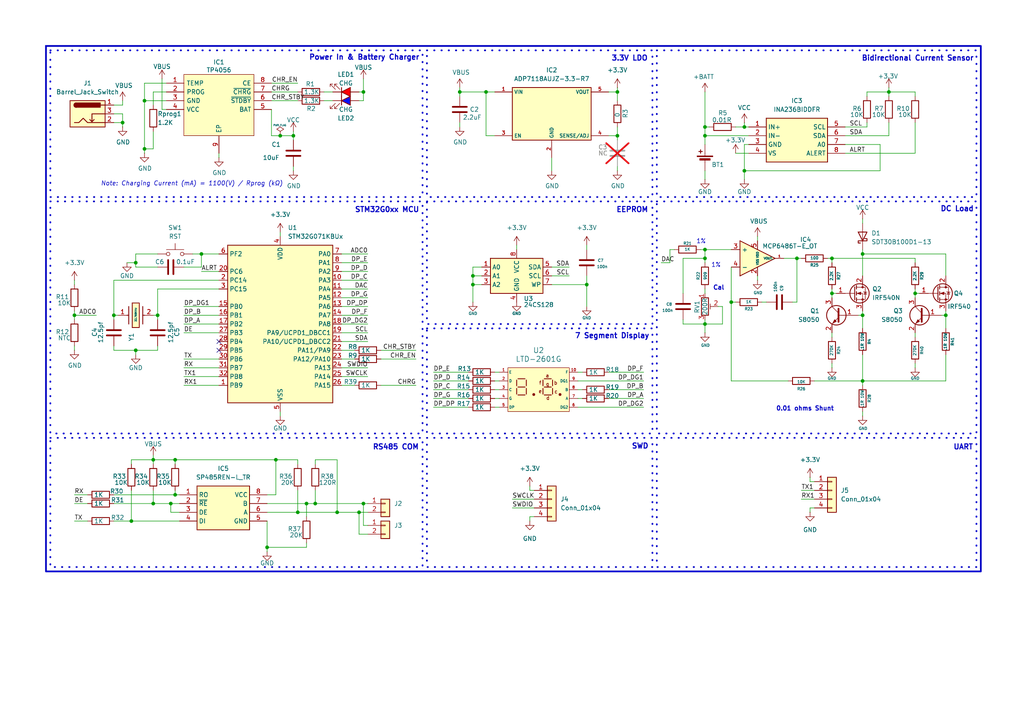
<source format=kicad_sch>
(kicad_sch (version 20231120) (generator "eeschema") (generator_version "8.0")
  (paper "A4")
  (title_block (title "Cell Grading Tool       Jobit Joseph") (date "2024-10-03") (rev "2.1") (company "Semicon Media Pvt Ltd"))
  (junction (at 85.09 39.37))
  (junction (at 44.45 133.35))
  (junction (at 86.36 148.59))
  (junction (at 257.81 26.67))
  (junction (at 80.01 133.35))
  (junction (at 41.91 29.21))
  (junction (at 204.47 39.37))
  (junction (at 50.8 133.35))
  (junction (at 44.45 146.05))
  (junction (at 241.3 85.09))
  (junction (at 250.19 110.49))
  (junction (at 204.47 74.93))
  (junction (at 137.16 82.55))
  (junction (at 250.19 91.44))
  (junction (at 170.18 82.55))
  (junction (at 105.41 26.67))
  (junction (at 133.35 26.67))
  (junction (at 45.72 91.44))
  (junction (at 105.41 146.05))
  (junction (at 137.16 80.01))
  (junction (at 50.8 143.51))
  (junction (at 204.47 72.39))
  (junction (at 35.56 35.56))
  (junction (at 39.37 76.2))
  (junction (at 91.44 146.05))
  (junction (at 88.9 146.05))
  (junction (at 81.28 39.37))
  (junction (at 49.53 146.05))
  (junction (at 204.47 93.98))
  (junction (at 104.14 148.59))
  (junction (at 274.32 91.44))
  (junction (at 212.09 87.63))
  (junction (at 38.1 151.13))
  (junction (at 231.14 74.93))
  (junction (at 250.19 73.66))
  (junction (at 241.3 74.93))
  (junction (at 33.02 91.44))
  (junction (at 179.07 39.37))
  (junction (at 179.07 26.67))
  (junction (at 204.47 36.83))
  (junction (at 77.47 158.75))
  (junction (at 58.42 73.66))
  (junction (at 215.9 36.83))
  (junction (at 215.9 49.53))
  (junction (at 140.97 26.67))
  (junction (at 41.91 43.18))
  (junction (at 39.37 101.6))
  (junction (at 97.79 148.59))
  (junction (at 265.43 85.09))
  (junction (at 21.59 91.44))
  (no_connect (at 63.5 99.06))
  (no_connect (at 63.5 101.6))
  (wire (pts (xy 106.68 78.74) (xy 99.06 78.74)))
  (wire (pts (xy 250.19 110.49) (xy 250.19 111.76)))
  (wire (pts (xy 204.47 83.82) (xy 204.47 85.09)))
  (wire (pts (xy 179.07 26.67) (xy 176.53 26.67)))
  (wire (pts (xy 85.09 38.1) (xy 85.09 39.37)))
  (wire (pts (xy 160.02 77.47) (xy 165.1 77.47)))
  (wire (pts (xy 137.16 82.55) (xy 139.7 82.55)))
  (wire (pts (xy 63.5 45.72) (xy 63.5 44.45)))
  (wire (pts (xy 44.45 30.48) (xy 44.45 26.67)))
  (wire (pts (xy 81.28 39.37) (xy 85.09 39.37)))
  (wire (pts (xy 179.07 49.53) (xy 179.07 48.26)))
  (wire (pts (xy 102.87 101.6) (xy 99.06 101.6)))
  (wire (pts (xy 219.71 68.58) (xy 219.71 69.85)))
  (wire (pts (xy 133.35 27.94) (xy 133.35 26.67)))
  (wire (pts (xy 251.46 26.67) (xy 257.81 26.67)))
  (wire (pts (xy 104.14 154.94) (xy 104.14 148.59)))
  (wire (pts (xy 44.45 146.05) (xy 49.53 146.05)))
  (wire (pts (xy 148.59 144.78) (xy 154.94 144.78)))
  (wire (pts (xy 255.27 41.91) (xy 255.27 49.53)))
  (wire (pts (xy 204.47 39.37) (xy 204.47 41.91)))
  (wire (pts (xy 80.01 143.51) (xy 80.01 133.35)))
  (wire (pts (xy 33.02 143.51) (xy 50.8 143.51)))
  (wire (pts (xy 39.37 76.2) (xy 39.37 77.47)))
  (wire (pts (xy 154.94 142.24) (xy 153.67 142.24)))
  (wire (pts (xy 106.68 106.68) (xy 99.06 106.68)))
  (wire (pts (xy 217.17 41.91) (xy 215.9 41.91)))
  (wire (pts (xy 77.47 151.13) (xy 77.47 158.75)))
  (wire (pts (xy 53.34 109.22) (xy 63.5 109.22)))
  (wire (pts (xy 86.36 148.59) (xy 86.36 142.24)))
  (wire (pts (xy 21.59 146.05) (xy 25.4 146.05)))
  (wire (pts (xy 104.14 26.67) (xy 105.41 26.67)))
  (wire (pts (xy 106.68 76.2) (xy 99.06 76.2)))
  (wire (pts (xy 139.7 77.47) (xy 137.16 77.47)))
  (wire (pts (xy 245.11 41.91) (xy 255.27 41.91)))
  (wire (pts (xy 38.1 151.13) (xy 52.07 151.13)))
  (wire (pts (xy 250.19 119.38) (xy 250.19 120.65)))
  (wire (pts (xy 144.78 107.95) (xy 143.51 107.95)))
  (wire (pts (xy 35.56 33.02) (xy 35.56 35.56)))
  (wire (pts (xy 105.41 152.4) (xy 105.41 146.05)))
  (wire (pts (xy 46.99 22.86) (xy 46.99 31.75)))
  (wire (pts (xy 250.19 90.17) (xy 250.19 91.44)))
  (wire (pts (xy 144.78 110.49) (xy 143.51 110.49)))
  (wire (pts (xy 85.09 39.37) (xy 85.09 40.64)))
  (wire (pts (xy 245.11 44.45) (xy 265.43 44.45)))
  (wire (pts (xy 194.31 72.39) (xy 194.31 76.2)))
  (wire (pts (xy 97.79 148.59) (xy 104.14 148.59)))
  (wire (pts (xy 41.91 29.21) (xy 41.91 43.18)))
  (wire (pts (xy 250.19 91.44) (xy 250.19 95.25)))
  (wire (pts (xy 86.36 148.59) (xy 97.79 148.59)))
  (wire (pts (xy 231.14 74.93) (xy 231.14 87.63)))
  (wire (pts (xy 35.56 30.48) (xy 35.56 29.21)))
  (wire (pts (xy 44.45 38.1) (xy 44.45 43.18)))
  (wire (pts (xy 88.9 146.05) (xy 77.47 146.05)))
  (wire (pts (xy 217.17 39.37) (xy 204.47 39.37)))
  (wire (pts (xy 58.42 73.66) (xy 63.5 73.66)))
  (wire (pts (xy 167.64 118.11) (xy 186.69 118.11)))
  (wire (pts (xy 77.47 158.75) (xy 77.47 160.02)))
  (wire (pts (xy 179.07 25.4) (xy 179.07 26.67)))
  (wire (pts (xy 88.9 158.75) (xy 88.9 157.48)))
  (wire (pts (xy 265.43 35.56) (xy 265.43 44.45)))
  (wire (pts (xy 39.37 101.6) (xy 33.02 101.6)))
  (wire (pts (xy 149.86 71.12) (xy 149.86 72.39)))
  (wire (pts (xy 102.87 104.14) (xy 99.06 104.14)))
  (wire (pts (xy 204.47 26.67) (xy 204.47 36.83)))
  (wire (pts (xy 204.47 72.39) (xy 212.09 72.39)))
  (wire (pts (xy 204.47 39.37) (xy 204.47 36.83)))
  (wire (pts (xy 33.02 33.02) (xy 35.56 33.02)))
  (wire (pts (xy 104.14 29.21) (xy 105.41 29.21)))
  (wire (pts (xy 106.68 96.52) (xy 99.06 96.52)))
  (wire (pts (xy 241.3 85.09) (xy 241.3 86.36)))
  (wire (pts (xy 48.26 31.75) (xy 46.99 31.75)))
  (wire (pts (xy 215.9 49.53) (xy 215.9 52.07)))
  (wire (pts (xy 204.47 93.98) (xy 209.55 93.98)))
  (wire (pts (xy 274.32 73.66) (xy 274.32 80.01)))
  (wire (pts (xy 91.44 146.05) (xy 105.41 146.05)))
  (wire (pts (xy 93.98 29.21) (xy 96.52 29.21)))
  (wire (pts (xy 53.34 104.14) (xy 63.5 104.14)))
  (wire (pts (xy 212.09 77.47) (xy 212.09 87.63)))
  (wire (pts (xy 53.34 77.47) (xy 58.42 77.47)))
  (wire (pts (xy 176.53 39.37) (xy 179.07 39.37)))
  (wire (pts (xy 250.19 91.44) (xy 248.92 91.44)))
  (wire (pts (xy 236.22 147.32) (xy 234.95 147.32)))
  (wire (pts (xy 45.72 83.82) (xy 63.5 83.82)))
  (wire (pts (xy 44.45 133.35) (xy 44.45 134.62)))
  (wire (pts (xy 154.94 149.86) (xy 153.67 149.86)))
  (wire (pts (xy 236.22 110.49) (xy 250.19 110.49)))
  (wire (pts (xy 274.32 91.44) (xy 273.05 91.44)))
  (wire (pts (xy 81.28 67.31) (xy 81.28 68.58)))
  (wire (pts (xy 41.91 24.13) (xy 41.91 29.21)))
  (wire (pts (xy 167.64 107.95) (xy 168.91 107.95)))
  (wire (pts (xy 77.47 148.59) (xy 86.36 148.59)))
  (wire (pts (xy 45.72 73.66) (xy 39.37 73.66)))
  (wire (pts (xy 204.47 36.83) (xy 205.74 36.83)))
  (wire (pts (xy 137.16 80.01) (xy 139.7 80.01)))
  (wire (pts (xy 234.95 147.32) (xy 234.95 148.59)))
  (wire (pts (xy 137.16 80.01) (xy 137.16 82.55)))
  (wire (pts (xy 21.59 91.44) (xy 27.94 91.44)))
  (wire (pts (xy 106.68 88.9) (xy 99.06 88.9)))
  (wire (pts (xy 45.72 83.82) (xy 45.72 91.44)))
  (wire (pts (xy 53.34 111.76) (xy 63.5 111.76)))
  (wire (pts (xy 45.72 100.33) (xy 45.72 101.6)))
  (wire (pts (xy 251.46 27.94) (xy 251.46 26.67)))
  (wire (pts (xy 144.78 113.03) (xy 143.51 113.03)))
  (wire (pts (xy 97.79 133.35) (xy 97.79 148.59)))
  (wire (pts (xy 257.81 25.4) (xy 257.81 26.67)))
  (wire (pts (xy 106.68 83.82) (xy 99.06 83.82)))
  (wire (pts (xy 38.1 133.35) (xy 44.45 133.35)))
  (wire (pts (xy 179.07 36.83) (xy 179.07 39.37)))
  (wire (pts (xy 198.12 74.93) (xy 204.47 74.93)))
  (wire (pts (xy 232.41 74.93) (xy 231.14 74.93)))
  (wire (pts (xy 228.6 110.49) (xy 212.09 110.49)))
  (wire (pts (xy 219.71 81.28) (xy 219.71 80.01)))
  (wire (pts (xy 106.68 86.36) (xy 99.06 86.36)))
  (wire (pts (xy 265.43 85.09) (xy 265.43 86.36)))
  (wire (pts (xy 39.37 101.6) (xy 39.37 102.87)))
  (wire (pts (xy 125.73 107.95) (xy 135.89 107.95)))
  (wire (pts (xy 144.78 115.57) (xy 143.51 115.57)))
  (wire (pts (xy 21.59 101.6) (xy 21.59 100.33)))
  (wire (pts (xy 48.26 29.21) (xy 41.91 29.21)))
  (wire (pts (xy 85.09 49.53) (xy 85.09 48.26)))
  (wire (pts (xy 204.47 72.39) (xy 204.47 74.93)))
  (wire (pts (xy 251.46 36.83) (xy 251.46 35.56)))
  (wire (pts (xy 167.64 113.03) (xy 168.91 113.03)))
  (wire (pts (xy 153.67 142.24) (xy 153.67 140.97)))
  (wire (pts (xy 35.56 36.83) (xy 35.56 35.56)))
  (wire (pts (xy 170.18 71.12) (xy 170.18 72.39)))
  (wire (pts (xy 53.34 106.68) (xy 63.5 106.68)))
  (wire (pts (xy 105.41 146.05) (xy 106.68 146.05)))
  (wire (pts (xy 160.02 82.55) (xy 170.18 82.55)))
  (wire (pts (xy 232.41 142.24) (xy 236.22 142.24)))
  (wire (pts (xy 78.74 39.37) (xy 81.28 39.37)))
  (wire (pts (xy 176.53 107.95) (xy 186.69 107.95)))
  (wire (pts (xy 45.72 92.71) (xy 45.72 91.44)))
  (wire (pts (xy 53.34 96.52) (xy 63.5 96.52)))
  (wire (pts (xy 88.9 146.05) (xy 91.44 146.05)))
  (wire (pts (xy 38.1 142.24) (xy 38.1 151.13)))
  (wire (pts (xy 91.44 134.62) (xy 91.44 133.35)))
  (wire (pts (xy 212.09 87.63) (xy 213.36 87.63)))
  (wire (pts (xy 91.44 142.24) (xy 91.44 146.05)))
  (wire (pts (xy 77.47 143.51) (xy 80.01 143.51)))
  (wire (pts (xy 241.3 74.93) (xy 241.3 76.2)))
  (wire (pts (xy 143.51 39.37) (xy 140.97 39.37)))
  (wire (pts (xy 77.47 158.75) (xy 88.9 158.75)))
  (wire (pts (xy 91.44 133.35) (xy 97.79 133.35)))
  (wire (pts (xy 78.74 26.67) (xy 86.36 26.67)))
  (wire (pts (xy 58.42 78.74) (xy 63.5 78.74)))
  (wire (pts (xy 45.72 91.44) (xy 44.45 91.44)))
  (wire (pts (xy 213.36 44.45) (xy 217.17 44.45)))
  (wire (pts (xy 250.19 63.5) (xy 250.19 64.77)))
  (wire (pts (xy 232.41 144.78) (xy 236.22 144.78)))
  (wire (pts (xy 21.59 91.44) (xy 21.59 90.17)))
  (wire (pts (xy 104.14 148.59) (xy 106.68 148.59)))
  (wire (pts (xy 236.22 139.7) (xy 234.95 139.7)))
  (wire (pts (xy 204.47 93.98) (xy 204.47 96.52)))
  (wire (pts (xy 160.02 45.72) (xy 160.02 49.53)))
  (wire (pts (xy 106.68 81.28) (xy 99.06 81.28)))
  (wire (pts (xy 274.32 73.66) (xy 250.19 73.66)))
  (wire (pts (xy 144.78 118.11) (xy 143.51 118.11)))
  (wire (pts (xy 106.68 91.44) (xy 99.06 91.44)))
  (wire (pts (xy 33.02 81.28) (xy 63.5 81.28)))
  (wire (pts (xy 203.2 72.39) (xy 204.47 72.39)))
  (wire (pts (xy 140.97 39.37) (xy 140.97 26.67)))
  (wire (pts (xy 170.18 80.01) (xy 170.18 82.55)))
  (wire (pts (xy 257.81 26.67) (xy 265.43 26.67)))
  (wire (pts (xy 35.56 35.56) (xy 33.02 35.56)))
  (wire (pts (xy 33.02 151.13) (xy 38.1 151.13)))
  (wire (pts (xy 45.72 101.6) (xy 39.37 101.6)))
  (wire (pts (xy 209.55 88.9) (xy 208.28 88.9)))
  (wire (pts (xy 39.37 73.66) (xy 39.37 76.2)))
  (wire (pts (xy 227.33 74.93) (xy 231.14 74.93)))
  (wire (pts (xy 93.98 26.67) (xy 96.52 26.67)))
  (wire (pts (xy 215.9 49.53) (xy 255.27 49.53)))
  (wire (pts (xy 88.9 149.86) (xy 88.9 146.05)))
  (wire (pts (xy 274.32 102.87) (xy 274.32 110.49)))
  (wire (pts (xy 215.9 36.83) (xy 217.17 36.83)))
  (wire (pts (xy 241.3 97.79) (xy 241.3 96.52)))
  (wire (pts (xy 21.59 151.13) (xy 25.4 151.13)))
  (wire (pts (xy 213.36 36.83) (xy 215.9 36.83)))
  (wire (pts (xy 204.47 52.07) (xy 204.47 49.53)))
  (wire (pts (xy 160.02 80.01) (xy 165.1 80.01)))
  (wire (pts (xy 105.41 22.86) (xy 105.41 26.67)))
  (wire (pts (xy 106.68 109.22) (xy 99.06 109.22)))
  (wire (pts (xy 198.12 85.09) (xy 198.12 74.93)))
  (wire (pts (xy 81.28 120.65) (xy 81.28 119.38)))
  (wire (pts (xy 167.64 115.57) (xy 168.91 115.57)))
  (wire (pts (xy 179.07 29.21) (xy 179.07 26.67)))
  (wire (pts (xy 265.43 26.67) (xy 265.43 27.94)))
  (wire (pts (xy 194.31 72.39) (xy 195.58 72.39)))
  (wire (pts (xy 33.02 101.6) (xy 33.02 100.33)))
  (wire (pts (xy 234.95 139.7) (xy 234.95 138.43)))
  (wire (pts (xy 55.88 73.66) (xy 58.42 73.66)))
  (wire (pts (xy 44.45 43.18) (xy 41.91 43.18)))
  (wire (pts (xy 105.41 26.67) (xy 105.41 29.21)))
  (wire (pts (xy 80.01 133.35) (xy 50.8 133.35)))
  (wire (pts (xy 215.9 41.91) (xy 215.9 49.53)))
  (wire (pts (xy 33.02 92.71) (xy 33.02 91.44)))
  (wire (pts (xy 274.32 91.44) (xy 274.32 95.25)))
  (wire (pts (xy 265.43 97.79) (xy 265.43 96.52)))
  (wire (pts (xy 50.8 142.24) (xy 50.8 143.51)))
  (wire (pts (xy 106.68 152.4) (xy 105.41 152.4)))
  (wire (pts (xy 50.8 143.51) (xy 52.07 143.51)))
  (wire (pts (xy 120.65 101.6) (xy 110.49 101.6)))
  (wire (pts (xy 240.03 74.93) (xy 241.3 74.93)))
  (wire (pts (xy 78.74 31.75) (xy 78.74 39.37)))
  (wire (pts (xy 204.47 92.71) (xy 204.47 93.98)))
  (wire (pts (xy 198.12 93.98) (xy 204.47 93.98)))
  (wire (pts (xy 106.68 99.06) (xy 99.06 99.06)))
  (wire (pts (xy 194.31 76.2) (xy 191.77 76.2)))
  (wire (pts (xy 257.81 39.37) (xy 257.81 35.56)))
  (wire (pts (xy 209.55 93.98) (xy 209.55 88.9)))
  (wire (pts (xy 153.67 149.86) (xy 153.67 151.13)))
  (wire (pts (xy 53.34 91.44) (xy 63.5 91.44)))
  (wire (pts (xy 125.73 118.11) (xy 135.89 118.11)))
  (wire (pts (xy 204.47 74.93) (xy 204.47 76.2)))
  (wire (pts (xy 265.43 105.41) (xy 265.43 106.68)))
  (wire (pts (xy 78.74 24.13) (xy 86.36 24.13)))
  (wire (pts (xy 102.87 111.76) (xy 99.06 111.76)))
  (wire (pts (xy 148.59 147.32) (xy 154.94 147.32)))
  (wire (pts (xy 33.02 30.48) (xy 35.56 30.48)))
  (wire (pts (xy 198.12 92.71) (xy 198.12 93.98)))
  (wire (pts (xy 220.98 87.63) (xy 222.25 87.63)))
  (wire (pts (xy 241.3 105.41) (xy 241.3 106.68)))
  (wire (pts (xy 257.81 26.67) (xy 257.81 27.94)))
  (wire (pts (xy 265.43 83.82) (xy 265.43 85.09)))
  (wire (pts (xy 245.11 39.37) (xy 257.81 39.37)))
  (wire (pts (xy 231.14 87.63) (xy 229.87 87.63)))
  (wire (pts (xy 176.53 115.57) (xy 186.69 115.57)))
  (wire (pts (xy 48.26 24.13) (xy 41.91 24.13)))
  (wire (pts (xy 137.16 82.55) (xy 137.16 87.63)))
  (wire (pts (xy 176.53 113.03) (xy 186.69 113.03)))
  (wire (pts (xy 167.64 110.49) (xy 186.69 110.49)))
  (wire (pts (xy 21.59 92.71) (xy 21.59 91.44)))
  (wire (pts (xy 49.53 148.59) (xy 49.53 146.05)))
  (wire (pts (xy 33.02 146.05) (xy 44.45 146.05)))
  (wire (pts (xy 49.53 146.05) (xy 52.07 146.05)))
  (wire (pts (xy 125.73 113.03) (xy 135.89 113.03)))
  (wire (pts (xy 44.45 142.24) (xy 44.45 146.05)))
  (wire (pts (xy 120.65 104.14) (xy 110.49 104.14)))
  (wire (pts (xy 78.74 29.21) (xy 86.36 29.21)))
  (wire (pts (xy 125.73 115.57) (xy 135.89 115.57)))
  (wire (pts (xy 52.07 148.59) (xy 49.53 148.59)))
  (wire (pts (xy 133.35 36.83) (xy 133.35 35.56)))
  (wire (pts (xy 215.9 35.56) (xy 215.9 36.83)))
  (wire (pts (xy 33.02 81.28) (xy 33.02 91.44)))
  (wire (pts (xy 21.59 143.51) (xy 25.4 143.51)))
  (wire (pts (xy 133.35 26.67) (xy 140.97 26.67)))
  (wire (pts (xy 34.29 91.44) (xy 33.02 91.44)))
  (wire (pts (xy 133.35 25.4) (xy 133.35 26.67)))
  (wire (pts (xy 106.68 73.66) (xy 99.06 73.66)))
  (wire (pts (xy 265.43 85.09) (xy 266.7 85.09)))
  (wire (pts (xy 38.1 134.62) (xy 38.1 133.35)))
  (wire (pts (xy 250.19 73.66) (xy 250.19 80.01)))
  (wire (pts (xy 140.97 26.67) (xy 143.51 26.67)))
  (wire (pts (xy 44.45 133.35) (xy 50.8 133.35)))
  (wire (pts (xy 179.07 39.37) (xy 179.07 40.64)))
  (wire (pts (xy 212.09 110.49) (xy 212.09 87.63)))
  (wire (pts (xy 170.18 82.55) (xy 170.18 88.9)))
  (wire (pts (xy 41.91 43.18) (xy 41.91 44.45)))
  (wire (pts (xy 125.73 110.49) (xy 135.89 110.49)))
  (wire (pts (xy 86.36 134.62) (xy 86.36 133.35)))
  (wire (pts (xy 86.36 133.35) (xy 80.01 133.35)))
  (wire (pts (xy 53.34 88.9) (xy 63.5 88.9)))
  (wire (pts (xy 274.32 90.17) (xy 274.32 91.44)))
  (wire (pts (xy 58.42 77.47) (xy 58.42 73.66)))
  (wire (pts (xy 36.83 76.2) (xy 39.37 76.2)))
  (wire (pts (xy 44.45 26.67) (xy 48.26 26.67)))
  (wire (pts (xy 265.43 74.93) (xy 265.43 76.2)))
  (wire (pts (xy 241.3 85.09) (xy 242.57 85.09)))
  (wire (pts (xy 137.16 77.47) (xy 137.16 80.01)))
  (wire (pts (xy 53.34 93.98) (xy 63.5 93.98)))
  (wire (pts (xy 250.19 102.87) (xy 250.19 110.49)))
  (wire (pts (xy 120.65 111.76) (xy 110.49 111.76)))
  (wire (pts (xy 250.19 72.39) (xy 250.19 73.66)))
  (wire (pts (xy 241.3 74.93) (xy 265.43 74.93)))
  (wire (pts (xy 245.11 36.83) (xy 251.46 36.83)))
  (wire (pts (xy 106.68 93.98) (xy 99.06 93.98)))
  (wire (pts (xy 274.32 110.49) (xy 250.19 110.49)))
  (wire (pts (xy 44.45 132.08) (xy 44.45 133.35)))
  (wire (pts (xy 50.8 133.35) (xy 50.8 134.62)))
  (wire (pts (xy 45.72 77.47) (xy 39.37 77.47)))
  (wire (pts (xy 106.68 154.94) (xy 104.14 154.94)))
  (wire (pts (xy 21.59 81.28) (xy 21.59 82.55)))
  (wire (pts (xy 241.3 83.82) (xy 241.3 85.09)))
  (rectangle (start 123.825 58.42) (end 189.23 93.98) (stroke (width 0.5) (type dot)))
  (rectangle (start 14.605 14.605) (end 122.555 57.15) (stroke (width 0.5) (type dot)))
  (rectangle (start 123.825 95.25) (end 189.23 125.73) (stroke (width 0.5) (type dot)))
  (rectangle (start 14.605 127) (end 122.555 164.465) (stroke (width 0.5) (type dot)))
  (rectangle (start 13.335 13.335) (end 284.48 165.735) (stroke (width 0.5)))
  (rectangle (start 123.825 127) (end 189.23 164.465) (stroke (width 0.5) (type dot)))
  (rectangle (start 123.825 14.605) (end 189.23 57.15) (stroke (width 0.5) (type dot)))
  (rectangle (start 190.5 14.605) (end 283.21 57.15) (stroke (width 0.5) (type dot)))
  (rectangle (start 190.5 127) (end 283.21 164.465) (stroke (width 0.5) (type dot)))
  (rectangle (start 14.605 58.42) (end 122.555 125.73) (stroke (width 0.5) (type dot)))
  (rectangle (start 190.5 58.42) (end 283.21 125.73) (stroke (width 0.5) (type dot)))
  (text "EEPROM" (at 183.388 60.96 0) (effects (font (size 1.5 1.5) (thickness 0.3) (bold yes))))
  (text "7 Segment Display" (at 177.546 97.536 0) (effects (font (size 1.5 1.5) (thickness 0.3) (bold yes))))
  (text "UART" (at 279.4 129.794 0) (effects (font (size 1.5 1.5) (thickness 0.3) (bold yes))))
  (text "STM32G0xx MCU" (at 112.268 60.96 0) (effects (font (size 1.5 1.5) (thickness 0.3) (bold yes))))
  (text "3.3V LDO" (at 182.626 17.018 0) (effects (font (size 1.5 1.5) (thickness 0.3) (bold yes))))
  (text "Power In & Battery Charger" (at 105.664 16.764 0) (effects (font (size 1.5 1.5) (thickness 0.3) (bold yes))))
  (text "Cal\n" (at 206.756 84.328 0) (effects (font (size 1.27 1.27) (thickness 0.254) (bold yes)) (justify left bottom)))
  (text "SWD" (at 185.674 129.54 0) (effects (font (size 1.5 1.5) (thickness 0.3) (bold yes))))
  (text "Bidirectional Current Sensor" (at 266.192 17.018 0) (effects (font (size 1.5 1.5) (thickness 0.3) (bold yes))))
  (text "1%\n" (at 206.248 77.724 0) (effects (font (size 1.27 1.27)) (justify left bottom)))
  (text "1%\n" (at 201.93 70.866 0) (effects (font (size 1.27 1.27)) (justify left bottom)))
  (text "DC Load" (at 277.622 60.706 0) (effects (font (size 1.5 1.5) (thickness 0.3) (bold yes))))
  (text "0.01 ohms Shunt\n" (at 225.044 119.38 0) (effects (font (size 1.27 1.27) (bold yes)) (justify left bottom)))
  (text "Note: Charging Current (mA) = 1100(V) / Rprog (kΩ)" (at 29.21 54.102 0) (effects (font (size 1.27 1.27) (italic yes)) (justify left bottom)))
  (text "RS485 COM" (at 114.808 129.794 0) (effects (font (size 1.5 1.5) (thickness 0.3) (bold yes))))
  (label "CHR_STBY" (at 78.74 29.21 0))
  (label "SDA" (at 106.68 99.06 180))
  (label "DP_E" (at 106.68 76.2 180))
  (label "DP_DG2" (at 186.69 118.11 180))
  (label "DE" (at 53.34 96.52 0))
  (label "DP_F" (at 106.68 91.44 180))
  (label "SWDIO" (at 106.68 106.68 180))
  (label "SDA" (at 165.1 77.47 180))
  (label "SCL" (at 165.1 80.01 180))
  (label "ALRT" (at 58.42 78.74 0))
  (label "ADC0" (at 27.94 91.44 180))
  (label "RX1" (at 232.41 144.78 0))
  (label "DP_DG2" (at 106.68 93.98 180))
  (label "CHRG" (at 78.74 26.67 0))
  (label "DP_A" (at 186.69 115.57 180))
  (label "DE" (at 21.59 146.05 0))
  (label "TX1" (at 232.41 142.24 0))
  (label "DP_DG1" (at 53.34 88.9 0))
  (label "CHR_EN" (at 86.36 24.13 180))
  (label "DP_F" (at 186.69 107.95 180))
  (label "DP_B" (at 186.69 113.03 180))
  (label "TX" (at 21.59 151.13 0))
  (label "DP_E" (at 125.73 107.95 0))
  (label "DP_D" (at 106.68 78.74 180))
  (label "DP_G" (at 106.68 86.36 180))
  (label "DAC" (at 106.68 83.82 180))
  (label "SWDIO" (at 148.59 147.32 0))
  (label "ALRT" (at 246.38 44.45 0))
  (label "DP_C" (at 106.68 81.28 180))
  (label "CHR_EN" (at 120.65 104.14 180))
  (label "RX1" (at 53.34 111.76 0))
  (label "TX1" (at 53.34 109.22 0))
  (label "CHR_STBY" (at 120.65 101.6 180))
  (label "DAC" (at 191.77 76.2 0))
  (label "DP_DP" (at 106.68 88.9 180))
  (label "RX" (at 21.59 143.51 0))
  (label "SWCLK" (at 106.68 109.22 180))
  (label "SCL" (at 246.38 36.83 0))
  (label "ADC0" (at 106.68 73.66 180))
  (label "CHRG" (at 120.65 111.76 180))
  (label "TX" (at 53.34 104.14 0))
  (label "DP_D" (at 125.73 110.49 0))
  (label "DP_G" (at 125.73 115.57 0))
  (label "SWCLK" (at 148.59 144.78 0))
  (label "SDA" (at 246.38 39.37 0))
  (label "SCL" (at 106.68 96.52 180))
  (label "DP_A" (at 53.34 93.98 0))
  (label "DP_DG1" (at 186.69 110.49 180))
  (label "DP_C" (at 125.73 113.03 0))
  (label "RX" (at 53.34 106.68 0))
  (label "DP_DP" (at 125.73 118.11 0))
  (label "DP_B" (at 53.34 91.44 0))
  (symbol (lib_id "SchematicLibrary:R") (at 236.22 74.93 90) (unit 1)
    (property "Reference" "R25" (at 236.22 76.8858 90) (effects (font (size 0.8 0.8))))
    (property "Value" "100" (at 236.22 74.8284 90) (effects (font (size 0.8 0.8))))
    (property "Footprint" "Resistor_SMD:R_0603_1608Metric" (effects (hide yes)))
  )
  (symbol (lib_id "SchematicLibrary:R") (at 44.45 138.43 0) (mirror y) (unit 1)
    (property "Reference" "R34" (at 42.926 138.176 0) (effects (justify left)))
    (property "Value" "10K" (at 43.434 139.954 0) (effects (justify left)))
    (property "Footprint" "Resistor_SMD:R_0603_1608Metric" (effects (hide yes)))
  )
  (symbol (lib_id "SchematicLibrary:VCC") (at 85.09 38.1 0) (unit 1)
    (property "Reference" "#PWR06" (effects (hide yes)))
    (property "Value" "VCC" (at 85.09 34.798 0))
    (property "Description" "Power symbol creates a global label with name \"VCC\"" (effects (hide yes)))
  )
  (symbol (lib_id "SchematicLibrary:R") (at 251.46 31.75 0) (mirror y) (unit 1)
    (property "Reference" "R6" (at 249.936 31.496 0) (effects (justify left)))
    (property "Value" "10K" (at 250.444 33.274 0) (effects (justify left)))
    (property "Footprint" "Resistor_SMD:R_0603_1608Metric" (effects (hide yes)))
  )
  (symbol (lib_id "SchematicLibrary:R_Potentiometer_Trim") (at 204.47 88.9 0) (unit 1)
    (property "Reference" "RV1" (at 202.184 87.122 90) (effects (justify right)))
    (property "Value" "200R" (at 204.47 86.36 90) (effects (justify right)))
    (property "Footprint" "3296:TRIM_3296W-1-104" (effects (hide yes)))
  )
  (symbol (lib_id "SchematicLibrary:R") (at 250.19 115.57 180) (unit 1)
    (property "Reference" "R28" (at 252.1458 115.57 90) (effects (font (size 0.8 0.8))))
    (property "Value" ".1R 10W" (at 250.0884 115.57 90) (effects (font (size 0.8 0.8))))
    (property "Footprint" "R2818:WSHP2818R0200FEA" (effects (hide yes)))
  )
  (symbol (lib_name "S8050_1") (lib_id "SchematicLibrary:S8050_1") (at 243.84 91.44 0) (mirror y) (unit 1)
    (property "Reference" "Q1" (at 237.744 90.1699 0) (effects (justify left)))
    (property "Value" "S8050" (at 237.744 92.7099 0) (effects (justify left)))
    (property "Footprint" "Package_TO_SOT_SMD:SOT-23" (effects (hide yes)))
    (property "Datasheet" "http://www.unisonic.com.tw/datasheet/S8050.pdf" (effects (hide yes)))
  )
  (symbol (lib_id "SchematicLibrary:Conn_01x04") (at 160.02 144.78 0) (unit 1)
    (property "Reference" "J4" (at 162.56 144.7799 0) (effects (justify left)))
    (property "Value" "Conn_01x04" (at 162.56 147.3199 0) (effects (justify left)))
    (property "Footprint" "Connector_PinHeader_2.54mm:PinHeader_1x04_P2.54mm_Vertical" (effects (hide yes)))
    (property "Description" "Generic connector, single row, 01x04, script generated (kicad-library-utils/schlib/autogen/connector/)" (effects (hide yes)))
  )
  (symbol (lib_name "LED_4") (lib_id "SchematicLibrary:LED_4") (at 100.33 26.67 0) (mirror x) (unit 1)
    (property "Reference" "LED1" (at 100.33 21.59 0))
    (property "Value" "CHG" (at 100.33 24.13 0))
    (property "Footprint" "LED_SMD:LED_0603_1608Metric" (effects (hide yes)))
  )
  (symbol (lib_id "SchematicLibrary:+3.3V") (at 179.07 25.4 0) (unit 1)
    (property "Reference" "#PWR012" (effects (hide yes)))
    (property "Value" "+3.3V" (at 179.07 20.32 0))
    (property "Description" "Power symbol creates a global label with name \"+3.3V\"" (effects (hide yes)))
  )
  (symbol (lib_id "SchematicLibrary:R") (at 250.19 99.06 180) (unit 1)
    (property "Reference" "R4" (at 252.1458 99.06 90) (effects (font (size 0.8 0.8))))
    (property "Value" ".1R 10W" (at 250.0884 99.06 90) (effects (font (size 0.8 0.8))))
    (property "Footprint" "R2818:WSHP2818R0200FEA" (effects (hide yes)))
  )
  (symbol (lib_id "SchematicLibrary:R") (at 29.21 146.05 90) (unit 1)
    (property "Reference" "R31" (at 36.068 145.034 90) (effects (justify left)))
    (property "Value" "1K" (at 29.972 146.05 90) (effects (justify left)))
    (property "Footprint" "Resistor_SMD:R_0603_1608Metric" (effects (hide yes)))
  )
  (symbol (lib_id "SchematicLibrary:R") (at 86.36 138.43 0) (mirror y) (unit 1)
    (property "Reference" "R36" (at 84.836 138.176 0) (effects (justify left)))
    (property "Value" "20K" (at 85.344 139.954 0) (effects (justify left)))
    (property "Footprint" "Resistor_SMD:R_0603_1608Metric" (effects (hide yes)))
  )
  (symbol (lib_name "S8050_1") (lib_id "SchematicLibrary:S8050_1") (at 267.97 91.44 0) (mirror y) (unit 1)
    (property "Reference" "Q3" (at 261.874 90.1699 0) (effects (justify left)))
    (property "Value" "S8050" (at 261.874 92.7099 0) (effects (justify left)))
    (property "Footprint" "Package_TO_SOT_SMD:SOT-23" (effects (hide yes)))
    (property "Datasheet" "http://www.unisonic.com.tw/datasheet/S8050.pdf" (effects (hide yes)))
  )
  (symbol (lib_id "SchematicLibrary:IRF540N") (at 271.78 85.09 0) (unit 1)
    (property "Reference" "Q4" (at 276.606 85.09 0) (effects (justify left)))
    (property "Value" "IRF540" (at 274.828 88.9 0) (effects (justify left)))
    (property "Footprint" "Package_TO_SOT_THT:TO-220-3_Vertical" (effects (hide yes)))
    (property "Datasheet" "http://www.irf.com/product-info/datasheets/data/irf540n.pdf" (effects (hide yes)))
  )
  (symbol (lib_id "SchematicLibrary:IRF540N") (at 247.65 85.09 0) (unit 1)
    (property "Reference" "Q2" (at 252.984 83.8199 0) (effects (justify left)))
    (property "Value" "IRF540N" (at 252.984 86.3599 0) (effects (justify left)))
    (property "Footprint" "Package_TO_SOT_THT:TO-220-3_Vertical" (effects (hide yes)))
    (property "Datasheet" "http://www.irf.com/product-info/datasheets/data/irf540n.pdf" (effects (hide yes)))
  )
  (symbol (lib_id "SchematicLibrary:R") (at 257.81 31.75 0) (mirror y) (unit 1)
    (property "Reference" "R7" (at 256.286 31.496 0) (effects (justify left)))
    (property "Value" "10K" (at 256.794 33.274 0) (effects (justify left)))
    (property "Footprint" "Resistor_SMD:R_0603_1608Metric" (effects (hide yes)))
  )
  (symbol (lib_id "SchematicLibrary:R") (at 106.68 111.76 90) (unit 1)
    (property "Reference" "R39" (at 103.632 110.744 90) (effects (justify left)))
    (property "Value" "1K" (at 107.442 111.76 90) (effects (justify left)))
    (property "Footprint" "Resistor_SMD:R_0603_1608Metric" (effects (hide yes)))
  )
  (symbol (lib_id "SchematicLibrary:VBUS") (at 44.45 132.08 0) (unit 1)
    (property "Reference" "#PWR037" (effects (hide yes)))
    (property "Value" "VBUS" (at 44.45 128.778 0))
  )
  (symbol (lib_id "SchematicLibrary:R") (at 91.44 138.43 0) (unit 1)
    (property "Reference" "R38" (at 92.964 138.176 0) (effects (justify left)))
    (property "Value" "120R" (at 92.456 139.954 0) (effects (justify left)))
    (property "Footprint" "Resistor_SMD:R_0603_1608Metric" (effects (hide yes)))
  )
  (symbol (lib_id "SchematicLibrary:GND") (at 234.95 148.59 0) (unit 1)
    (property "Reference" "#PWR043" (effects (hide yes)))
    (property "Value" "GND" (at 234.95 153.67 0))
    (property "Description" "Power symbol creates a global label with name \"GND\" , ground" (effects (hide yes)))
  )
  (symbol (lib_id "SchematicLibrary:STM32G071KBUx") (at 81.28 93.98 0) (unit 1)
    (property "Reference" "U1" (at 83.4741 66.04 0) (effects (justify left)))
    (property "Value" "STM32G071KBUx" (at 83.4741 68.58 0) (effects (justify left)))
    (property "Footprint" "Package_DFN_QFN:QFN-32-1EP_5x5mm_P0.5mm_EP3.45x3.45mm" (effects (hide yes)))
    (property "Datasheet" "https://www.st.com/resource/en/datasheet/stm32g071kb.pdf" (effects (hide yes)))
    (property "Description" "STMicroelectronics Arm Cortex-M0+ MCU, 128KB flash, 36KB RAM, 64 MHz, 1.7-3.6V, 30 GPIO, UFQFPN32" (effects (hide yes)))
  )
  (symbol (lib_id "SchematicLibrary:Conn_01x02") (at 111.76 146.05 0) (unit 1)
    (property "Reference" "J2" (at 114.3 146.0499 0) (effects (justify left)))
    (property "Value" "Conn_01x02" (effects (hide yes)))
    (property "Footprint" "JST_PH:JST_PH_S2B-PH-SM4-TB_1x02-1MP_P2.00mm_Horizontal" (effects (hide yes)))
    (property "Description" "Generic connector, single row, 01x02, script generated (kicad-library-utils/schlib/autogen/connector/)" (effects (hide yes)))
  )
  (symbol (lib_id "SchematicLibrary:R") (at 139.7 118.11 90) (unit 1)
    (property "Reference" "R17" (at 136.398 117.094 90) (effects (justify left)))
    (property "Value" "1K" (at 140.462 118.11 90) (effects (justify left)))
    (property "Footprint" "Resistor_SMD:R_0603_1608Metric" (effects (hide yes)))
  )
  (symbol (lib_id "SchematicLibrary:C") (at 179.07 44.45 0) (unit 1) (dnp yes)
    (property "Reference" "C3" (at 173.482 42.672 0) (effects (justify left)))
    (property "Value" "NC" (at 173.482 44.45 0) (effects (justify left)))
    (property "Footprint" "Capacitor_SMD:C_0603_1608Metric" (effects (hide yes)))
  )
  (symbol (lib_id "SchematicLibrary:Conn_01x02") (at 111.76 152.4 0) (unit 1)
    (property "Reference" "J3" (at 114.3 152.3999 0) (effects (justify left)))
    (property "Value" "Conn_01x02" (effects (hide yes)))
    (property "Footprint" "JST_PH:JST_PH_S2B-PH-SM4-TB_1x02-1MP_P2.00mm_Horizontal" (effects (hide yes)))
    (property "Description" "Generic connector, single row, 01x02, script generated (kicad-library-utils/schlib/autogen/connector/)" (effects (hide yes)))
  )
  (symbol (lib_id "SchematicLibrary:C") (at 85.09 44.45 0) (unit 1)
    (property "Reference" "C1" (at 78.74 41.91 0) (effects (justify left)))
    (property "Value" "10uF" (at 76.2 45.72 0) (effects (justify left)))
    (property "Footprint" "Capacitor_SMD:C_0603_1608Metric" (effects (hide yes)))
  )
  (symbol (lib_id "SchematicLibrary:GND") (at 35.56 36.83 0) (unit 1)
    (property "Reference" "#PWR02" (effects (hide yes)))
    (property "Value" "GND" (at 35.687 41.2242 0))
  )
  (symbol (lib_id "SchematicLibrary:R") (at 265.43 80.01 180) (unit 1)
    (property "Reference" "R29" (at 267.3858 80.01 90) (effects (font (size 0.8 0.8))))
    (property "Value" "2.2K" (at 265.3284 80.01 90) (effects (font (size 0.8 0.8))))
    (property "Footprint" "Resistor_SMD:R_0603_1608Metric" (effects (hide yes)))
  )
  (symbol (lib_id "SchematicLibrary:R") (at 199.39 72.39 90) (unit 1)
    (property "Reference" "R21" (at 199.39 70.612 90) (effects (font (size 0.8 0.8))))
    (property "Value" "1K" (at 199.39 72.2884 90) (effects (font (size 0.8 0.8))))
    (property "Footprint" "Resistor_SMD:R_0603_1608Metric" (effects (hide yes)))
  )
  (symbol (lib_id "SchematicLibrary:GND") (at 265.43 106.68 0) (unit 1)
    (property "Reference" "#PWR039" (effects (hide yes)))
    (property "Value" "GND" (at 265.43 109.728 0) (effects (font (size 0.8 0.8))))
  )
  (symbol (lib_id "SchematicLibrary:R") (at 274.32 99.06 180) (unit 1)
    (property "Reference" "R41" (at 276.2758 99.06 90) (effects (font (size 0.8 0.8))))
    (property "Value" ".1R 10W" (at 274.2184 99.06 90) (effects (font (size 0.8 0.8))))
    (property "Footprint" "R2818:WSHP2818R0200FEA" (effects (hide yes)))
  )
  (symbol (lib_id "SchematicLibrary:C") (at 133.35 31.75 0) (mirror y) (unit 1)
    (property "Reference" "C2" (at 138.938 31.75 0) (effects (justify left)))
    (property "Value" "2.2uF" (at 139.7 34.036 0) (effects (justify left)))
    (property "Footprint" "Capacitor_SMD:C_0603_1608Metric" (effects (hide yes)))
  )
  (symbol (lib_id "SchematicLibrary:R") (at 139.7 115.57 90) (unit 1)
    (property "Reference" "R16" (at 136.398 114.554 90) (effects (justify left)))
    (property "Value" "1K" (at 140.462 115.57 90) (effects (justify left)))
    (property "Footprint" "Resistor_SMD:R_0603_1608Metric" (effects (hide yes)))
  )
  (symbol (lib_id "SchematicLibrary:GND") (at 85.09 49.53 0) (unit 1)
    (property "Reference" "#PWR07" (effects (hide yes)))
    (property "Value" "GND" (at 85.217 53.9242 0))
  )
  (symbol (lib_id "SchematicLibrary:R") (at 38.1 138.43 0) (mirror y) (unit 1)
    (property "Reference" "R33" (at 36.576 138.176 0) (effects (justify left)))
    (property "Value" "10K" (at 37.084 139.954 0) (effects (justify left)))
    (property "Footprint" "Resistor_SMD:R_0603_1608Metric" (effects (hide yes)))
  )
  (symbol (lib_id "SchematicLibrary:GND") (at 21.59 101.6 0) (unit 1)
    (property "Reference" "#PWR021" (effects (hide yes)))
    (property "Value" "GND" (at 21.717 105.9942 0))
  )
  (symbol (lib_id "SchematicLibrary:C") (at 170.18 76.2 0) (unit 1)
    (property "Reference" "C7" (at 173.355 75.5396 0) (effects (font (size 0.8 0.8)) (justify left)))
    (property "Value" "100n" (at 173.101 77.343 0) (effects (font (size 0.8 0.8)) (justify left)))
    (property "Footprint" "Capacitor_SMD:C_0603_1608Metric" (effects (hide yes)))
  )
  (symbol (lib_id "SchematicLibrary:Battery_Cell") (at 204.47 46.99 0) (mirror y) (unit 1)
    (property "Reference" "BT1" (at 210.058 47.752 0) (effects (justify left)))
    (property "Value" "Battery_Cell" (effects (hide yes)))
    (property "Footprint" "Keystone 18650:BAT_1042" (effects (hide yes)))
    (property "Description" "Single-cell battery" (effects (hide yes)))
  )
  (symbol (lib_id "SchematicLibrary:MCP6486T-E_OT") (at 212.09 72.39 0) (unit 1)
    (property "Reference" "IC4" (at 233.68 69.4846 0))
    (property "Value" "MCP6486T-E_OT" (at 229.108 71.374 0))
    (property "Footprint" "MCP6486T-E_OT:SOT95P280X145-5N" (effects (hide yes)))
    (property "Datasheet" "https://ww1.microchip.com/downloads/aemDocuments/documents/MSLD/ProductDocuments/DataSheets/MCP6486-Family-Data-Sheet-DS20006679A.pdf" (effects (hide yes)))
    (property "Description" "10 MHz Op Amp with EMI Filtering" (effects (hide yes)))
    (property "Height" "1.45" (effects (hide yes)))
    (property "Mouser Part Number" "494-MCP6486T-E/OT" (effects (hide yes)))
    (property "Mouser Price/Stock" "https://www.mouser.co.uk/ProductDetail/Microchip-Technology/MCP6486T-E-OT?qs=tlsG%2FOw5FFgg6%2FTtnB49Jg%3D%3D" (effects (hide yes)))
    (property "Manufacturer_Name" "Microchip" (effects (hide yes)))
    (property "Manufacturer_Part_Number" "MCP6486T-E/OT" (effects (hide yes)))
  )
  (symbol (lib_id "SchematicLibrary:LTD-2601G") (at 144.78 107.95 0) (unit 1)
    (property "Reference" "U2" (at 156.21 101.6 0) (effects (font (size 1.524 1.524))))
    (property "Value" "LTD-2601G" (at 156.21 104.14 0) (effects (font (size 1.524 1.524))))
    (property "Footprint" "LTD-2601G 2Digit 7segment:LTD-2601G_LTO" (effects (hide yes)))
    (property "Datasheet" "LTD-2601G" (effects (hide yes)))
  )
  (symbol (lib_id "SchematicLibrary:GND") (at 250.19 120.65 0) (unit 1)
    (property "Reference" "#PWR036" (effects (hide yes)))
    (property "Value" "GND" (at 250.317 124.2822 0) (effects (font (size 0.8 0.8))))
  )
  (symbol (lib_id "SchematicLibrary:+3.3V") (at 213.36 44.45 0) (unit 1)
    (property "Reference" "#PWR016" (effects (hide yes)))
    (property "Value" "+3.3V" (at 210.312 40.64 0) (effects (justify left)))
    (property "Description" "Power symbol creates a global label with name \"+3.3V\"" (effects (hide yes)))
  )
  (symbol (lib_id "SchematicLibrary:R") (at 172.72 115.57 90) (unit 1)
    (property "Reference" "R20" (at 179.578 114.808 90) (effects (justify left)))
    (property "Value" "1K" (at 173.482 115.57 90) (effects (justify left)))
    (property "Footprint" "Resistor_SMD:R_0603_1608Metric" (effects (hide yes)))
  )
  (symbol (lib_id "SchematicLibrary:+3.3V") (at 257.81 25.4 0) (unit 1)
    (property "Reference" "#PWR019" (effects (hide yes)))
    (property "Value" "+3.3V" (at 257.556 22.098 0))
    (property "Description" "Power symbol creates a global label with name \"+3.3V\"" (effects (hide yes)))
  )
  (symbol (lib_id "SchematicLibrary:+BATT") (at 204.47 26.67 0) (mirror y) (unit 1)
    (property "Reference" "#PWR014" (effects (hide yes)))
    (property "Value" "+BATT" (at 204.089 22.2758 0))
  )
  (symbol (lib_id "SchematicLibrary:GND") (at 36.83 76.2 0) (unit 1)
    (property "Reference" "#PWR022" (effects (hide yes)))
    (property "Value" "GND" (at 36.83 80.01 0))
    (property "Description" "Power symbol creates a global label with name \"GND\" , ground" (effects (hide yes)))
  )
  (symbol (lib_id "SchematicLibrary:ADP7118AUJZ-3.3-R7") (at 143.51 26.67 0) (unit 1)
    (property "Reference" "IC2" (at 160.02 20.32 0))
    (property "Value" "ADP7118AUJZ-3.3-R7" (at 160.02 22.86 0))
    (property "Footprint" "ADP7118AUJZ-3.3-R7:SOT95P280X100-5N" (effects (hide yes)))
    (property "Datasheet" "https://www.analog.com/ADP7118/datasheet" (effects (hide yes)))
    (property "Description" "20 V, 200 mA, Low Noise, CMOS LDO Linear Regulator" (effects (hide yes)))
    (property "Height" "1" (effects (hide yes)))
    (property "Mouser Part Number" "584-ADP7118AUJZ3.3R7" (effects (hide yes)))
    (property "Mouser Price/Stock" "https://www.mouser.co.uk/ProductDetail/Analog-Devices/ADP7118AUJZ-3.3-R7?qs=hpwIUhX6lWxSxNRE9lKdtQ%3D%3D" (effects (hide yes)))
    (property "Manufacturer_Name" "Analog Devices" (effects (hide yes)))
    (property "Manufacturer_Part_Number" "ADP7118AUJZ-3.3-R7" (effects (hide yes)))
  )
  (symbol (lib_id "SchematicLibrary:+3.3V") (at 170.18 71.12 0) (unit 1)
    (property "Reference" "#PWR029" (effects (hide yes)))
    (property "Value" "+3.3V" (at 170.18 66.04 0))
    (property "Description" "Power symbol creates a global label with name \"+3.3V\"" (effects (hide yes)))
  )
  (symbol (lib_id "SchematicLibrary:VCC") (at 215.9 35.56 0) (mirror y) (unit 1)
    (property "Reference" "#PWR017" (effects (hide yes)))
    (property "Value" "VCC" (at 215.9 31.242 0))
    (property "Description" "Power symbol creates a global label with name \"VCC\"" (effects (hide yes)))
  )
  (symbol (lib_id "SchematicLibrary:SW_Push") (at 50.8 73.66 0) (unit 1)
    (property "Reference" "SW1" (at 50.8 66.04 0))
    (property "Value" "RST" (at 50.8 68.58 0))
    (property "Footprint" "3x4x2:Tactile 3x4x2mm TS-A010" (effects (hide yes)))
    (property "Description" "Push button switch, generic, two pins" (effects (hide yes)))
  )
  (symbol (lib_name "LED_5") (lib_id "SchematicLibrary:LED_5") (at 100.33 29.21 0) (unit 1)
    (property "Reference" "LED2" (at 100.33 34.29 0))
    (property "Value" "CHG" (at 100.33 31.75 0))
    (property "Footprint" "LED_SMD:LED_0603_1608Metric" (effects (hide yes)))
  )
  (symbol (lib_id "SchematicLibrary:GND") (at 137.16 87.63 0) (mirror y) (unit 1)
    (property "Reference" "#PWR026" (effects (hide yes)))
    (property "Value" "GND" (at 137.16 90.932 0) (effects (font (size 0.8 0.8))))
  )
  (symbol (lib_id "SchematicLibrary:R") (at 172.72 113.03 90) (unit 1)
    (property "Reference" "R19" (at 179.578 112.268 90) (effects (justify left)))
    (property "Value" "1K" (at 173.482 113.03 90) (effects (justify left)))
    (property "Footprint" "Resistor_SMD:R_0603_1608Metric" (effects (hide yes)))
  )
  (symbol (lib_id "SchematicLibrary:R") (at 90.17 26.67 270) (unit 1)
    (property "Reference" "R1" (at 88.646 24.384 90) (effects (justify left)))
    (property "Value" "1.3K" (at 88.138 26.67 90) (effects (justify left)))
    (property "Footprint" "Resistor_SMD:R_0603_1608Metric" (effects (hide yes)))
  )
  (symbol (lib_id "SchematicLibrary:+3.3V") (at 234.95 138.43 0) (unit 1)
    (property "Reference" "#PWR042" (effects (hide yes)))
    (property "Value" "+3.3V" (at 234.95 133.35 0))
    (property "Description" "Power symbol creates a global label with name \"+3.3V\"" (effects (hide yes)))
  )
  (symbol (lib_id "SchematicLibrary:R") (at 217.17 87.63 90) (unit 1)
    (property "Reference" "R23" (at 217.17 89.5858 90) (effects (font (size 0.8 0.8))))
    (property "Value" "1K" (at 217.17 87.5284 90) (effects (font (size 0.8 0.8))))
    (property "Footprint" "Resistor_SMD:R_0603_1608Metric" (effects (hide yes)))
  )
  (symbol (lib_id "SchematicLibrary:PWR_FLAG") (at 81.28 39.37 0) (unit 1)
    (property "Reference" "#FLG01" (effects (hide yes)))
    (property "Value" "PWR_FLAG" (at 79.248 36.322 0) (effects (font (size 0.5 0.5)) (justify left)))
  )
  (symbol (lib_id "SchematicLibrary:VBUS") (at 105.41 22.86 0) (unit 1)
    (property "Reference" "#PWR08" (effects (hide yes)))
    (property "Value" "VBUS" (at 105.41 19.558 0))
  )
  (symbol (lib_id "SchematicLibrary:+3.3V") (at 21.59 81.28 0) (unit 1)
    (property "Reference" "#PWR020" (effects (hide yes)))
    (property "Value" "+3.3V" (at 21.59 76.2 0))
    (property "Description" "Power symbol creates a global label with name \"+3.3V\"" (effects (hide yes)))
  )
  (symbol (lib_id "SchematicLibrary:INA236BIDDFR") (at 217.17 36.83 0) (unit 1)
    (property "Reference" "IC3" (at 231.14 29.21 0))
    (property "Value" "INA236BIDDFR" (at 231.14 31.75 0))
    (property "Footprint" "INA236BIDDFR:SOT65P280X110-8N" (effects (hide yes)))
    (property "Datasheet" "https://www.ti.com/general/docs/suppproductinfo.tsp?distId=26&gotoUrl=https://www.ti.com/lit/gpn/ina236" (effects (hide yes)))
    (property "Description" "Current & Power Monitors & Regulators 48-V, 16-bit ultraprecise IC output digital power monitor with alert in WCSP" (effects (hide yes)))
    (property "Height" "1.1" (effects (hide yes)))
    (property "Mouser Part Number" "595-INA236BIDDFR" (effects (hide yes)))
    (property "Mouser Price/Stock" "https://www.mouser.co.uk/ProductDetail/Texas-Instruments/INA236BIDDFR?qs=17ckDYBRdelpXu8anct71w%3D%3D" (effects (hide yes)))
    (property "Manufacturer_Name" "Texas Instruments" (effects (hide yes)))
    (property "Manufacturer_Part_Number" "INA236BIDDFR" (effects (hide yes)))
  )
  (symbol (lib_id "SchematicLibrary:SP485REN-L_TR") (at 52.07 143.51 0) (unit 1)
    (property "Reference" "IC5" (at 64.77 135.89 0))
    (property "Value" "SP485REN-L_TR" (at 64.77 138.43 0))
    (property "Footprint" "SP485:SOIC127P600X175-8N" (effects (hide yes)))
    (property "Datasheet" "https://www.maxlinear.com/ds/sp485r.pdf" (effects (hide yes)))
    (property "Description" "MAX LINEAR - SP485REN-L/TR - RS422/RS485 Transceiver, 1 Driver, 1 Receiver, 4.75V to 5.25V Supply, NSOIC-8" (effects (hide yes)))
    (property "Height" "1.75" (effects (hide yes)))
    (property "Mouser Part Number" "701-SP485REN-L/TR" (effects (hide yes)))
    (property "Mouser Price/Stock" "https://www.mouser.co.uk/ProductDetail/MaxLinear/SP485REN-L-TR?qs=3EMgrMjM0fad5o2ZErH7xg%3D%3D" (effects (hide yes)))
    (property "Manufacturer_Name" "MaxLinear, Inc." (effects (hide yes)))
    (property "Manufacturer_Part_Number" "SP485REN-L/TR" (effects (hide yes)))
  )
  (symbol (lib_id "SchematicLibrary:GND") (at 204.47 96.52 0) (unit 1)
    (property "Reference" "#PWR031" (effects (hide yes)))
    (property "Value" "GND" (at 204.597 100.1522 0) (effects (font (size 0.8 0.8))))
  )
  (symbol (lib_id "SchematicLibrary:GND") (at 170.18 88.9 0) (mirror y) (unit 1)
    (property "Reference" "#PWR030" (effects (hide yes)))
    (property "Value" "GND" (at 170.18 92.202 0) (effects (font (size 0.8 0.8))))
  )
  (symbol (lib_id "SchematicLibrary:GND") (at 133.35 36.83 0) (unit 1)
    (property "Reference" "#PWR010" (effects (hide yes)))
    (property "Value" "GND" (at 133.477 41.2242 0))
  )
  (symbol (lib_id "SchematicLibrary:R") (at 204.47 80.01 0) (unit 1)
    (property "Reference" "R22" (at 202.5142 80.01 90) (effects (font (size 0.8 0.8))))
    (property "Value" "909" (at 204.5716 80.01 90) (effects (font (size 0.8 0.8))))
    (property "Footprint" "Resistor_SMD:R_0603_1608Metric" (effects (hide yes)))
  )
  (symbol (lib_id "SchematicLibrary:R") (at 172.72 107.95 90) (unit 1)
    (property "Reference" "R18" (at 179.578 107.188 90) (effects (justify left)))
    (property "Value" "1K" (at 173.482 107.95 90) (effects (justify left)))
    (property "Footprint" "Resistor_SMD:R_0603_1608Metric" (effects (hide yes)))
  )
  (symbol (lib_id "SchematicLibrary:TP4056-42-ESOP8") (at 48.26 24.13 0) (unit 1)
    (property "Reference" "IC1" (at 63.5 18.034 0))
    (property "Value" "TP4056" (at 63.5 20.32 0))
    (property "Footprint" "tp4056:SOIC127P600X175-9N" (effects (hide yes)))
    (property "Datasheet" "https://datasheet.lcsc.com/szlcsc/1906261508_Nanjing-Extension-Microelectronics-TP4056-42-ESOP8_C16581.pdf" (effects (hide yes)))
    (property "Description" "PMIC - Battery Management ESOP-8 RoHS" (effects (hide yes)))
    (property "Height" "1.75" (effects (hide yes)))
    (property "Manufacturer_Name" "Nanjing Extension Microelectronics" (effects (hide yes)))
    (property "Manufacturer_Part_Number" "TP4056-42-ESOP8" (effects (hide yes)))
  )
  (symbol (lib_id "SchematicLibrary:+3.3V") (at 153.67 140.97 0) (unit 1)
    (property "Reference" "#PWR040" (effects (hide yes)))
    (property "Value" "+3.3V" (at 153.67 135.89 0))
    (property "Description" "Power symbol creates a global label with name \"+3.3V\"" (effects (hide yes)))
  )
  (symbol (lib_id "SchematicLibrary:VCC") (at 250.19 63.5 0) (mirror y) (unit 1)
    (property "Reference" "#PWR044" (effects (hide yes)))
    (property "Value" "VCC" (at 250.19 60.198 0))
    (property "Description" "Power symbol creates a global label with name \"VCC\"" (effects (hide yes)))
  )
  (symbol (lib_id "SchematicLibrary:C") (at 45.72 96.52 0) (mirror y) (unit 1)
    (property "Reference" "C5" (at 51.308 94.996 90) (effects (justify right)))
    (property "Value" "12.5pf" (at 49.53 93.218 90) (effects (justify right)))
    (property "Footprint" "Capacitor_SMD:C_0603_1608Metric" (effects (hide yes)))
    (property "Description" "Unpolarized capacitor" (effects (hide yes)))
  )
  (symbol (lib_id "SchematicLibrary:GND") (at 160.02 49.53 0) (unit 1)
    (property "Reference" "#PWR011" (effects (hide yes)))
    (property "Value" "GND" (at 160.147 53.9242 0))
  )
  (symbol (lib_id "SchematicLibrary:Conn_01x04") (at 241.3 142.24 0) (unit 1)
    (property "Reference" "J5" (at 243.84 142.2399 0) (effects (justify left)))
    (property "Value" "Conn_01x04" (at 243.84 144.7799 0) (effects (justify left)))
    (property "Footprint" "Connector_PinHeader_2.54mm:PinHeader_1x04_P2.54mm_Vertical" (effects (hide yes)))
    (property "Description" "Generic connector, single row, 01x04, script generated (kicad-library-utils/schlib/autogen/connector/)" (effects (hide yes)))
  )
  (symbol (lib_id "SchematicLibrary:R") (at 106.68 101.6 90) (unit 1)
    (property "Reference" "R8" (at 103.632 100.584 90) (effects (justify left)))
    (property "Value" "1K" (at 107.442 101.6 90) (effects (justify left)))
    (property "Footprint" "Resistor_SMD:R_0603_1608Metric" (effects (hide yes)))
  )
  (symbol (lib_id "SchematicLibrary:AT24CS32-SSHM") (at 149.86 80.01 0) (unit 1)
    (property "Reference" "U3" (at 151.892 86.614 0) (effects (justify left)))
    (property "Value" "24CS128" (at 151.892 88.392 0) (effects (justify left)))
    (property "Footprint" "Package_SO:SOIC-8_3.9x4.9mm_P1.27mm" (effects (hide yes)))
    (property "Datasheet" "http://ww1.microchip.com/downloads/en/DeviceDoc/Atmel-8869-SEEPROM-AT24CS32-Datasheet.pdf" (effects (hide yes)))
  )
  (symbol (lib_id "SchematicLibrary:R") (at 21.59 86.36 0) (mirror y) (unit 1)
    (property "Reference" "R11" (at 20.066 86.106 0) (effects (justify left)))
    (property "Value" "10K" (at 20.574 87.884 0) (effects (justify left)))
    (property "Footprint" "Resistor_SMD:R_0603_1608Metric" (effects (hide yes)))
  )
  (symbol (lib_id "SchematicLibrary:+3.3V") (at 81.28 67.31 0) (unit 1)
    (property "Reference" "#PWR024" (effects (hide yes)))
    (property "Value" "+3.3V" (at 81.28 62.23 0))
    (property "Description" "Power symbol creates a global label with name \"+3.3V\"" (effects (hide yes)))
  )
  (symbol (lib_id "SchematicLibrary:R") (at 179.07 33.02 0) (mirror y) (unit 1)
    (property "Reference" "R3" (at 181.356 34.29 90) (effects (justify left)))
    (property "Value" "0" (at 179.07 34.036 90) (effects (justify left)))
    (property "Footprint" "Resistor_SMD:R_0603_1608Metric" (effects (hide yes)))
  )
  (symbol (lib_id "SchematicLibrary:GND") (at 63.5 45.72 0) (unit 1)
    (property "Reference" "#PWR05" (effects (hide yes)))
    (property "Value" "GND" (at 63.627 50.1142 0))
  )
  (symbol (lib_id "SchematicLibrary:R") (at 139.7 113.03 90) (unit 1)
    (property "Reference" "R15" (at 136.398 112.014 90) (effects (justify left)))
    (property "Value" "1K" (at 140.462 113.03 90) (effects (justify left)))
    (property "Footprint" "Resistor_SMD:R_0603_1608Metric" (effects (hide yes)))
  )
  (symbol (lib_id "SchematicLibrary:+3.3V") (at 149.86 71.12 0) (unit 1)
    (property "Reference" "#PWR027" (effects (hide yes)))
    (property "Value" "+3.3V" (at 149.86 66.04 0))
    (property "Description" "Power symbol creates a global label with name \"+3.3V\"" (effects (hide yes)))
  )
  (symbol (lib_id "SchematicLibrary:VBUS") (at 219.71 68.58 0) (unit 1)
    (property "Reference" "#PWR032" (effects (hide yes)))
    (property "Value" "VBUS" (at 220.091 64.1858 0))
  )
  (symbol (lib_id "SchematicLibrary:C") (at 49.53 77.47 90) (unit 1)
    (property "Reference" "C6" (at 44.958 75.946 90) (effects (justify right)))
    (property "Value" "0.1uF" (at 51.054 75.946 90) (effects (justify right)))
    (property "Footprint" "Capacitor_SMD:C_0603_1608Metric" (effects (hide yes)))
    (property "Description" "Unpolarized capacitor" (effects (hide yes)))
  )
  (symbol (lib_id "SchematicLibrary:R") (at 44.45 34.29 0) (unit 1)
    (property "Reference" "Rprog1" (at 45.72 33.02 0) (effects (justify left)))
    (property "Value" "1.2K" (at 45.72 35.56 0) (effects (justify left)))
    (property "Footprint" "Resistor_SMD:R_0603_1608Metric" (effects (hide yes)))
  )
  (symbol (lib_id "SchematicLibrary:R") (at 106.68 104.14 90) (unit 1)
    (property "Reference" "R9" (at 103.632 103.124 90) (effects (justify left)))
    (property "Value" "1K" (at 107.442 104.14 90) (effects (justify left)))
    (property "Footprint" "Resistor_SMD:R_0603_1608Metric" (effects (hide yes)))
  )
  (symbol (lib_id "SchematicLibrary:R") (at 265.43 31.75 0) (mirror y) (unit 1)
    (property "Reference" "R10" (at 263.906 31.496 0) (effects (justify left)))
    (property "Value" "10K" (at 264.414 33.274 0) (effects (justify left)))
    (property "Footprint" "Resistor_SMD:R_0603_1608Metric" (effects (hide yes)))
  )
  (symbol (lib_id "SchematicLibrary:R") (at 232.41 110.49 90) (unit 1)
    (property "Reference" "R26" (at 232.41 112.776 90) (effects (font (size 0.8 0.8))))
    (property "Value" "10K" (at 232.41 110.744 90) (effects (font (size 0.8 0.8))))
    (property "Footprint" "Resistor_SMD:R_0603_1608Metric" (effects (hide yes)))
  )
  (symbol (lib_id "SchematicLibrary:VBUS") (at 133.35 25.4 0) (unit 1)
    (property "Reference" "#PWR09" (effects (hide yes)))
    (property "Value" "VBUS" (at 133.731 21.0058 0))
  )
  (symbol (lib_id "SchematicLibrary:R") (at 88.9 153.67 0) (mirror y) (unit 1)
    (property "Reference" "R37" (at 87.376 153.416 0) (effects (justify left)))
    (property "Value" "20K" (at 87.884 155.194 0) (effects (justify left)))
    (property "Footprint" "Resistor_SMD:R_0603_1608Metric" (effects (hide yes)))
  )
  (symbol (lib_id "SchematicLibrary:R") (at 265.43 101.6 180) (unit 1)
    (property "Reference" "R40" (at 267.3858 101.6 90) (effects (font (size 0.8 0.8))))
    (property "Value" "270K" (at 265.3284 101.6 90) (effects (font (size 0.8 0.8))))
    (property "Footprint" "Resistor_SMD:R_0603_1608Metric" (effects (hide yes)))
  )
  (symbol (lib_id "SchematicLibrary:MBR745") (at 250.19 68.58 90) (unit 1)
    (property "Reference" "D1" (at 252.73 67.6274 90) (effects (justify right)))
    (property "Value" "SDT30B100D1-13" (at 252.73 70.1674 90) (effects (justify right)))
    (property "Footprint" "SDT30B100D1_13:TO252_DIO" (effects (hide yes)))
    (property "Datasheet" "http://www.onsemi.com/pub_link/Collateral/MBR735-D.PDF" (effects (hide yes)))
  )
  (symbol (lib_id "SchematicLibrary:R") (at 21.59 96.52 0) (mirror y) (unit 1)
    (property "Reference" "R12" (at 20.066 96.266 0) (effects (justify left)))
    (property "Value" "NTC" (at 20.574 98.044 0) (effects (justify left)))
    (property "Footprint" "Connector_JST:JST_PH_B2B-PH-K_1x02_P2.00mm_Vertical" (effects (hide yes)))
  )
  (symbol (lib_id "SchematicLibrary:R") (at 29.21 151.13 90) (unit 1)
    (property "Reference" "R32" (at 36.068 150.114 90) (effects (justify left)))
    (property "Value" "1K" (at 29.972 151.13 90) (effects (justify left)))
    (property "Footprint" "Resistor_SMD:R_0603_1608Metric" (effects (hide yes)))
  )
  (symbol (lib_id "SchematicLibrary:C") (at 198.12 88.9 0) (mirror y) (unit 1)
    (property "Reference" "C8" (at 194.945 88.2396 0) (effects (font (size 0.8 0.8)) (justify left)))
    (property "Value" "100n" (at 195.199 90.043 0) (effects (font (size 0.8 0.8)) (justify left)))
    (property "Footprint" "Capacitor_SMD:C_0603_1608Metric" (effects (hide yes)))
  )
  (symbol (lib_id "SchematicLibrary:R") (at 241.3 80.01 180) (unit 1)
    (property "Reference" "R27" (at 243.2558 80.01 90) (effects (font (size 0.8 0.8))))
    (property "Value" "2.2K" (at 241.1984 80.01 90) (effects (font (size 0.8 0.8))))
    (property "Footprint" "Resistor_SMD:R_0603_1608Metric" (effects (hide yes)))
  )
  (symbol (lib_id "SchematicLibrary:GND") (at 39.37 102.87 0) (unit 1)
    (property "Reference" "#PWR023" (effects (hide yes)))
    (property "Value" "GND" (at 39.37 106.68 0))
    (property "Description" "Power symbol creates a global label with name \"GND\" , ground" (effects (hide yes)))
  )
  (symbol (lib_id "SchematicLibrary:GND") (at 41.91 44.45 0) (unit 1)
    (property "Reference" "#PWR03" (effects (hide yes)))
    (property "Value" "GND" (at 42.037 48.8442 0))
  )
  (symbol (lib_id "SchematicLibrary:GND") (at 179.07 49.53 0) (unit 1)
    (property "Reference" "#PWR013" (effects (hide yes)))
    (property "Value" "GND" (at 179.197 53.9242 0))
  )
  (symbol (lib_id "SchematicLibrary:R") (at 139.7 110.49 90) (unit 1)
    (property "Reference" "R14" (at 136.398 109.474 90) (effects (justify left)))
    (property "Value" "1K" (at 140.462 110.49 90) (effects (justify left)))
    (property "Footprint" "Resistor_SMD:R_0603_1608Metric" (effects (hide yes)))
  )
  (symbol (lib_id "SchematicLibrary:R") (at 90.17 29.21 270) (mirror x) (unit 1)
    (property "Reference" "R2" (at 88.9 31.496 90) (effects (justify left)))
    (property "Value" "1.3K" (at 88.138 29.21 90) (effects (justify left)))
    (property "Footprint" "Resistor_SMD:R_0603_1608Metric" (effects (hide yes)))
  )
  (symbol (lib_id "SchematicLibrary:Barrel_Jack_Switch") (at 25.4 33.02 0) (unit 1)
    (property "Reference" "J1" (at 25.4 24.13 0))
    (property "Value" "Barrel_Jack_Switch" (at 25.4 26.67 0))
    (property "Footprint" "Connector_BarrelJack:BarrelJack_Kycon_KLDX-0202-xC_Horizontal" (effects (hide yes)))
    (property "Description" "DC Barrel Jack with an internal switch" (effects (hide yes)))
  )
  (symbol (lib_id "SchematicLibrary:ECS-.327-7-34B-C-TR") (at 44.45 91.44 0) (mirror y) (unit 1)
    (property "Reference" "Y1" (at 38.0999 96.52 90) (effects (justify right)))
    (property "Value" "32.768KHz" (at 39.37 89.154 90) (effects (font (size 0.5 0.5) (bold yes)) (justify right)))
    (property "Footprint" "32768:ECS327734BCTR" (effects (hide yes)))
    (property "Datasheet" "http://www.ecsxtal.com/store/pdf/ecx-31b.pdf" (effects (hide yes)))
    (property "Description" "Crystals 32.768KHz 7pF" (effects (hide yes)))
    (property "Height" "0.9" (effects (hide yes)))
    (property "Mouser Part Number" "520-ECS-.327-7-34BCT" (effects (hide yes)))
    (property "Mouser Price/Stock" "https://www.mouser.co.uk/ProductDetail/ECS/ECS-.327-7-34B-C-TR?qs=wo4x%252BUeoG8U8yBn%2Foj%2FI7w%3D%3D" (effects (hide yes)))
    (property "Manufacturer_Name" "ECS" (effects (hide yes)))
    (property "Manufacturer_Part_Number" "ECS-.327-7-34B-C-TR" (effects (hide yes)))
  )
  (symbol (lib_id "SchematicLibrary:GND") (at 81.28 120.65 0) (unit 1)
    (property "Reference" "#PWR025" (effects (hide yes)))
    (property "Value" "GND" (at 81.28 124.206 0))
    (property "Description" "Power symbol creates a global label with name \"GND\" , ground" (effects (hide yes)))
  )
  (symbol (lib_id "SchematicLibrary:GND") (at 241.3 106.68 0) (unit 1)
    (property "Reference" "#PWR034" (effects (hide yes)))
    (property "Value" "GND" (at 241.3 109.728 0) (effects (font (size 0.8 0.8))))
  )
  (symbol (lib_id "SchematicLibrary:VBUS") (at 46.99 22.86 0) (unit 1)
    (property "Reference" "#PWR04" (effects (hide yes)))
    (property "Value" "VBUS" (at 46.99 19.304 0))
  )
  (symbol (lib_id "SchematicLibrary:R") (at 241.3 101.6 180) (unit 1)
    (property "Reference" "R24" (at 243.2558 101.6 90) (effects (font (size 0.8 0.8))))
    (property "Value" "270K" (at 241.1984 101.6 90) (effects (font (size 0.8 0.8))))
    (property "Footprint" "Resistor_SMD:R_0603_1608Metric" (effects (hide yes)))
  )
  (symbol (lib_id "SchematicLibrary:C") (at 33.02 96.52 0) (unit 1)
    (property "Reference" "C4" (at 27.432 94.996 90) (effects (justify right)))
    (property "Value" "12.5pf" (at 29.21 93.218 90) (effects (justify right)))
    (property "Footprint" "Capacitor_SMD:C_0603_1608Metric" (effects (hide yes)))
    (property "Description" "Unpolarized capacitor" (effects (hide yes)))
  )
  (symbol (lib_id "SchematicLibrary:GND") (at 219.71 81.28 0) (unit 1)
    (property "Reference" "#PWR033" (effects (hide yes)))
    (property "Value" "GND" (at 219.837 84.9122 0) (effects (font (size 0.8 0.8))))
  )
  (symbol (lib_id "SchematicLibrary:GND") (at 153.67 151.13 0) (unit 1)
    (property "Reference" "#PWR041" (effects (hide yes)))
    (property "Value" "GND" (at 153.67 156.21 0))
    (property "Description" "Power symbol creates a global label with name \"GND\" , ground" (effects (hide yes)))
  )
  (symbol (lib_id "SchematicLibrary:R") (at 209.55 36.83 270) (mirror x) (unit 1)
    (property "Reference" "R5" (at 208.28 32.766 90) (effects (justify left)))
    (property "Value" "0.01R" (at 206.502 34.798 90) (effects (justify left)))
    (property "Footprint" "R2818:WSHP2818R0200FEA" (effects (hide yes)))
  )
  (symbol (lib_id "SchematicLibrary:VBUS") (at 35.56 29.21 0) (unit 1)
    (property "Reference" "#PWR01" (effects (hide yes)))
    (property "Value" "VBUS" (at 35.941 24.8158 0))
  )
  (symbol (lib_id "SchematicLibrary:GND") (at 215.9 52.07 0) (unit 1)
    (property "Reference" "#PWR018" (effects (hide yes)))
    (property "Value" "GND" (at 215.9 55.626 0))
  )
  (symbol (lib_id "SchematicLibrary:R") (at 139.7 107.95 90) (unit 1)
    (property "Reference" "R13" (at 136.652 106.934 90) (effects (justify left)))
    (property "Value" "1K" (at 140.462 107.95 90) (effects (justify left)))
    (property "Footprint" "Resistor_SMD:R_0603_1608Metric" (effects (hide yes)))
  )
  (symbol (lib_id "SchematicLibrary:C") (at 226.06 87.63 270) (mirror x) (unit 1)
    (property "Reference" "C9" (at 226.7204 84.455 0) (effects (font (size 0.8 0.8)) (justify left)))
    (property "Value" "100n" (at 224.917 84.709 0) (effects (font (size 0.8 0.8)) (justify left)))
    (property "Footprint" "Capacitor_SMD:C_0603_1608Metric" (effects (hide yes)))
  )
  (symbol (lib_id "SchematicLibrary:R") (at 50.8 138.43 0) (mirror y) (unit 1)
    (property "Reference" "R35" (at 49.276 138.176 0) (effects (justify left)))
    (property "Value" "10K" (at 49.784 139.954 0) (effects (justify left)))
    (property "Footprint" "Resistor_SMD:R_0603_1608Metric" (effects (hide yes)))
  )
  (symbol (lib_id "SchematicLibrary:GND") (at 77.47 160.02 0) (unit 1)
    (property "Reference" "#PWR038" (effects (hide yes)))
    (property "Value" "GND" (at 77.47 163.322 0))
    (property "Description" "Power symbol creates a global label with name \"GND\" , ground" (effects (hide yes)))
  )
  (symbol (lib_id "SchematicLibrary:GND") (at 149.86 87.63 0) (mirror y) (unit 1)
    (property "Reference" "#PWR028" (effects (hide yes)))
    (property "Value" "GND" (at 149.86 90.932 0) (effects (font (size 0.8 0.8))))
  )
  (symbol (lib_id "SchematicLibrary:R") (at 29.21 143.51 90) (unit 1)
    (property "Reference" "R30" (at 35.814 142.494 90) (effects (justify left)))
    (property "Value" "1K" (at 29.972 143.51 90) (effects (justify left)))
    (property "Footprint" "Resistor_SMD:R_0603_1608Metric" (effects (hide yes)))
  )
  (symbol (lib_id "SchematicLibrary:GND") (at 204.47 52.07 0) (unit 1)
    (property "Reference" "#PWR015" (effects (hide yes)))
    (property "Value" "GND" (at 204.47 55.626 0))
  )
)
</source>
